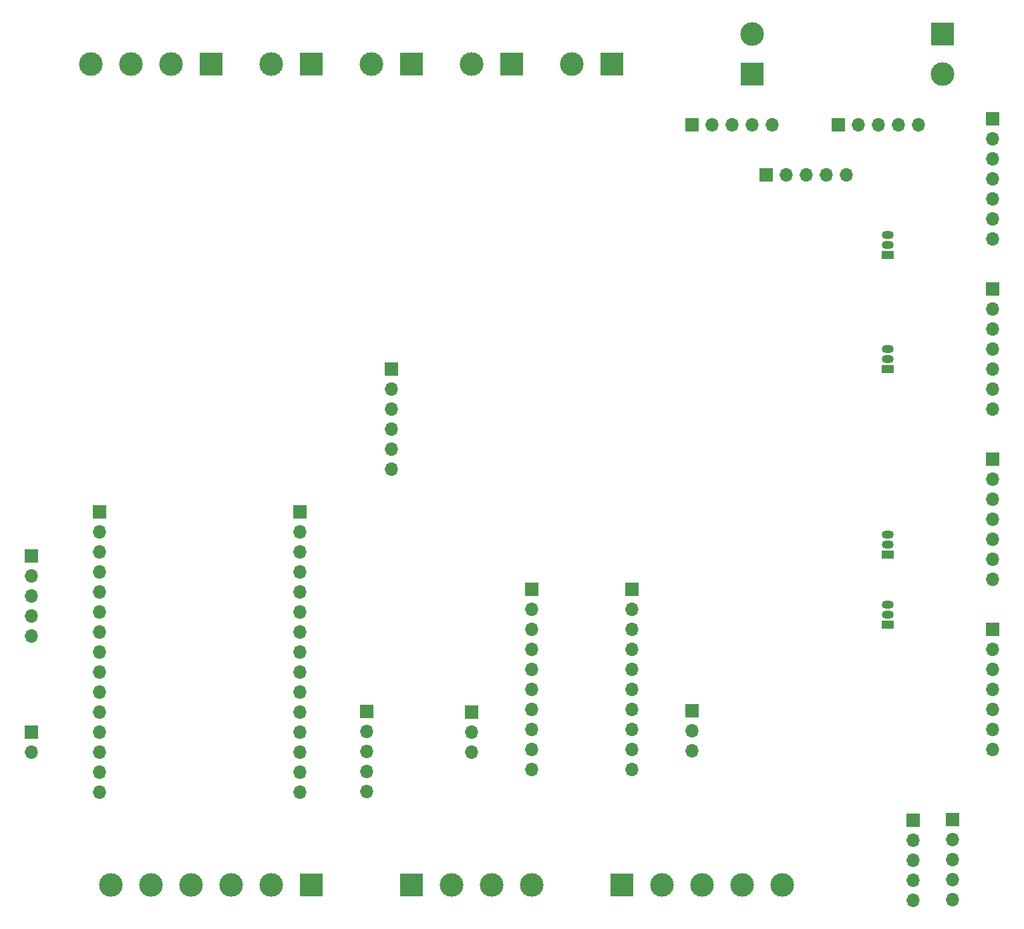
<source format=gbs>
G04 #@! TF.GenerationSoftware,KiCad,Pcbnew,(6.0.7)*
G04 #@! TF.CreationDate,2023-03-22T16:35:55-04:00*
G04 #@! TF.ProjectId,FlyBoxBoard,466c7942-6f78-4426-9f61-72642e6b6963,rev?*
G04 #@! TF.SameCoordinates,Original*
G04 #@! TF.FileFunction,Soldermask,Bot*
G04 #@! TF.FilePolarity,Negative*
%FSLAX46Y46*%
G04 Gerber Fmt 4.6, Leading zero omitted, Abs format (unit mm)*
G04 Created by KiCad (PCBNEW (6.0.7)) date 2023-03-22 16:35:55*
%MOMM*%
%LPD*%
G01*
G04 APERTURE LIST*
%ADD10R,1.500000X1.050000*%
%ADD11O,1.500000X1.050000*%
%ADD12R,3.000000X3.000000*%
%ADD13C,3.000000*%
%ADD14R,1.700000X1.700000*%
%ADD15O,1.700000X1.700000*%
G04 APERTURE END LIST*
D10*
G04 #@! TO.C,J20*
X131445000Y-95885000D03*
D11*
X131445000Y-94615000D03*
X131445000Y-93345000D03*
G04 #@! TD*
D12*
G04 #@! TO.C,J11*
X83820000Y-24765000D03*
D13*
X78740000Y-24765000D03*
G04 #@! TD*
D10*
G04 #@! TO.C,J36*
X131445000Y-63500000D03*
D11*
X131445000Y-62230000D03*
X131445000Y-60960000D03*
G04 #@! TD*
D14*
G04 #@! TO.C,J21*
X78740000Y-106988200D03*
D15*
X78740000Y-109528200D03*
X78740000Y-112068200D03*
G04 #@! TD*
D12*
G04 #@! TO.C,J6*
X97790000Y-128905000D03*
D13*
X102870000Y-128905000D03*
X107950000Y-128905000D03*
X113030000Y-128905000D03*
X118110000Y-128905000D03*
G04 #@! TD*
D14*
G04 #@! TO.C,J27*
X99060000Y-91440000D03*
D15*
X99060000Y-93980000D03*
X99060000Y-96520000D03*
X99060000Y-99060000D03*
X99060000Y-101600000D03*
X99060000Y-104140000D03*
X99060000Y-106680000D03*
X99060000Y-109220000D03*
X99060000Y-111760000D03*
X99060000Y-114300000D03*
G04 #@! TD*
D14*
G04 #@! TO.C,J40*
X144780000Y-74930000D03*
D15*
X144780000Y-77470000D03*
X144780000Y-80010000D03*
X144780000Y-82550000D03*
X144780000Y-85090000D03*
X144780000Y-87630000D03*
X144780000Y-90170000D03*
G04 #@! TD*
D14*
G04 #@! TO.C,J5*
X56926800Y-81588200D03*
D15*
X56926800Y-84128200D03*
X56926800Y-86668200D03*
X56926800Y-89208200D03*
X56926800Y-91748200D03*
X56926800Y-94288200D03*
X56926800Y-96828200D03*
X56926800Y-99368200D03*
X56926800Y-101908200D03*
X56926800Y-104448200D03*
X56926800Y-106988200D03*
X56926800Y-109528200D03*
X56926800Y-112068200D03*
X56926800Y-114608200D03*
X56926800Y-117148200D03*
G04 #@! TD*
D10*
G04 #@! TO.C,J35*
X131445000Y-49022000D03*
D11*
X131445000Y-47752000D03*
X131445000Y-46482000D03*
G04 #@! TD*
D14*
G04 #@! TO.C,J25*
X65405000Y-106934000D03*
D15*
X65405000Y-109474000D03*
X65405000Y-112014000D03*
X65405000Y-114554000D03*
X65405000Y-117094000D03*
G04 #@! TD*
D14*
G04 #@! TO.C,J4*
X68580000Y-63500000D03*
D15*
X68580000Y-66040000D03*
X68580000Y-68580000D03*
X68580000Y-71120000D03*
X68580000Y-73660000D03*
X68580000Y-76200000D03*
G04 #@! TD*
D12*
G04 #@! TO.C,J15*
X58420000Y-128905000D03*
D13*
X53340000Y-128905000D03*
X48260000Y-128905000D03*
X43180000Y-128905000D03*
X38100000Y-128905000D03*
X33020000Y-128905000D03*
G04 #@! TD*
D14*
G04 #@! TO.C,J24*
X116078000Y-38862000D03*
D15*
X118618000Y-38862000D03*
X121158000Y-38862000D03*
X123698000Y-38862000D03*
X126238000Y-38862000D03*
G04 #@! TD*
D12*
G04 #@! TO.C,J10*
X71120000Y-24765000D03*
D13*
X66040000Y-24765000D03*
G04 #@! TD*
D14*
G04 #@! TO.C,J22*
X134645000Y-120680000D03*
D15*
X134645000Y-123220000D03*
X134645000Y-125760000D03*
X134645000Y-128300000D03*
X134645000Y-130840000D03*
G04 #@! TD*
D12*
G04 #@! TO.C,J9*
X45720000Y-24765000D03*
D13*
X40640000Y-24765000D03*
X35560000Y-24765000D03*
X30480000Y-24765000D03*
G04 #@! TD*
D14*
G04 #@! TO.C,J7*
X125222000Y-32512000D03*
D15*
X127762000Y-32512000D03*
X130302000Y-32512000D03*
X132842000Y-32512000D03*
X135382000Y-32512000D03*
G04 #@! TD*
D14*
G04 #@! TO.C,J28*
X106680000Y-106805800D03*
D15*
X106680000Y-109345800D03*
X106680000Y-111885800D03*
G04 #@! TD*
D14*
G04 #@! TO.C,J3*
X31526800Y-81588200D03*
D15*
X31526800Y-84128200D03*
X31526800Y-86668200D03*
X31526800Y-89208200D03*
X31526800Y-91748200D03*
X31526800Y-94288200D03*
X31526800Y-96828200D03*
X31526800Y-99368200D03*
X31526800Y-101908200D03*
X31526800Y-104448200D03*
X31526800Y-106988200D03*
X31526800Y-109528200D03*
X31526800Y-112068200D03*
X31526800Y-114608200D03*
X31526800Y-117148200D03*
G04 #@! TD*
D14*
G04 #@! TO.C,J19*
X22885000Y-109528200D03*
D15*
X22885000Y-112068200D03*
G04 #@! TD*
D14*
G04 #@! TO.C,J39*
X144780000Y-53340000D03*
D15*
X144780000Y-55880000D03*
X144780000Y-58420000D03*
X144780000Y-60960000D03*
X144780000Y-63500000D03*
X144780000Y-66040000D03*
X144780000Y-68580000D03*
G04 #@! TD*
D12*
G04 #@! TO.C,J13*
X58420000Y-24765000D03*
D13*
X53340000Y-24765000D03*
G04 #@! TD*
D12*
G04 #@! TO.C,J12*
X96520000Y-24765000D03*
D13*
X91440000Y-24765000D03*
G04 #@! TD*
D12*
G04 #@! TO.C,J1*
X138430000Y-20955000D03*
D13*
X138430000Y-26035000D03*
G04 #@! TD*
D14*
G04 #@! TO.C,J22*
X139700000Y-120650000D03*
D15*
X139700000Y-123190000D03*
X139700000Y-125730000D03*
X139700000Y-128270000D03*
X139700000Y-130810000D03*
G04 #@! TD*
D14*
G04 #@! TO.C,J26*
X144780000Y-96520000D03*
D15*
X144780000Y-99060000D03*
X144780000Y-101600000D03*
X144780000Y-104140000D03*
X144780000Y-106680000D03*
X144780000Y-109220000D03*
X144780000Y-111760000D03*
G04 #@! TD*
D14*
G04 #@! TO.C,J23*
X86360000Y-91440000D03*
D15*
X86360000Y-93980000D03*
X86360000Y-96520000D03*
X86360000Y-99060000D03*
X86360000Y-101600000D03*
X86360000Y-104140000D03*
X86360000Y-106680000D03*
X86360000Y-109220000D03*
X86360000Y-111760000D03*
X86360000Y-114300000D03*
G04 #@! TD*
D12*
G04 #@! TO.C,J14*
X71120000Y-128905000D03*
D13*
X76200000Y-128905000D03*
X81280000Y-128905000D03*
X86360000Y-128905000D03*
G04 #@! TD*
D10*
G04 #@! TO.C,J37*
X131445000Y-86995000D03*
D11*
X131445000Y-85725000D03*
X131445000Y-84455000D03*
G04 #@! TD*
D12*
G04 #@! TO.C,J2*
X114300000Y-26035000D03*
D13*
X114300000Y-20955000D03*
G04 #@! TD*
D14*
G04 #@! TO.C,J38*
X144780000Y-31750000D03*
D15*
X144780000Y-34290000D03*
X144780000Y-36830000D03*
X144780000Y-39370000D03*
X144780000Y-41910000D03*
X144780000Y-44450000D03*
X144780000Y-46990000D03*
G04 #@! TD*
D14*
G04 #@! TO.C,J8*
X106680000Y-32512000D03*
D15*
X109220000Y-32512000D03*
X111760000Y-32512000D03*
X114300000Y-32512000D03*
X116840000Y-32512000D03*
G04 #@! TD*
D14*
G04 #@! TO.C,J18*
X22885000Y-87146200D03*
D15*
X22885000Y-89686200D03*
X22885000Y-92226200D03*
X22885000Y-94766200D03*
X22885000Y-97306200D03*
G04 #@! TD*
M02*

</source>
